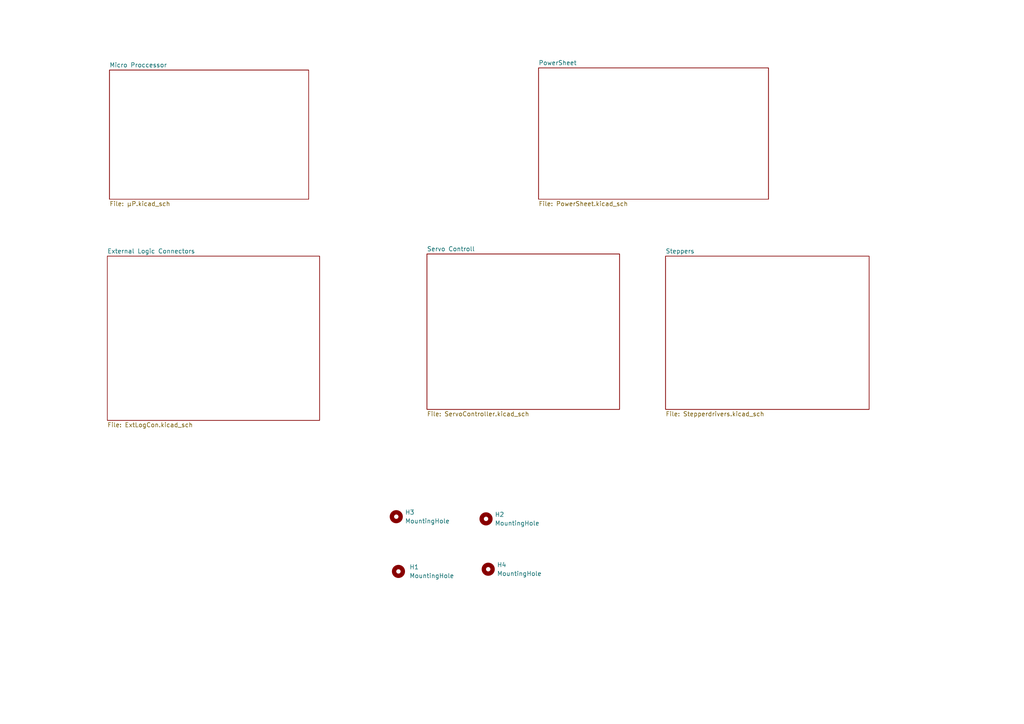
<source format=kicad_sch>
(kicad_sch (version 20230121) (generator eeschema)
  (paper "A4")
  (lib_symbols
    (symbol "Mechanical:MountingHole" (pin_names (offset 1.016))
      (property "Reference" "H" (at 0 5.08 0))
      (property "Value" "MountingHole" (at 0 3.175 0))
      (symbol "MountingHole_0_1"
        (circle (center 0 0) (radius 1.27) (stroke (width 1.27)))
      )
    )
  )
  (symbol (lib_id "Mechanical:MountingHole") (at 140.97 150.495 0) (unit 1)
    (property "Reference" "H2" (at 143.51 149.225 0) (effects (justify left)))
    (property "Value" "MountingHole" (at 143.51 151.765 0) (effects (justify left)))
    (property "Footprint" "MountingHole:MountingHole_3.2mm_M3" (effects hide))
  )
  (symbol (lib_id "Mechanical:MountingHole") (at 141.605 165.1 0) (unit 1)
    (property "Reference" "H4" (at 144.145 163.83 0) (effects (justify left)))
    (property "Value" "MountingHole" (at 144.145 166.37 0) (effects (justify left)))
    (property "Footprint" "MountingHole:MountingHole_3.2mm_M3" (effects hide))
  )
  (symbol (lib_id "Mechanical:MountingHole") (at 115.57 165.735 0) (unit 1)
    (property "Reference" "H1" (at 118.745 164.465 0) (effects (justify left)))
    (property "Value" "MountingHole" (at 118.745 167.005 0) (effects (justify left)))
    (property "Footprint" "MountingHole:MountingHole_3.2mm_M3" (effects hide))
  )
  (symbol (lib_id "Mechanical:MountingHole") (at 114.935 149.86 0) (unit 1)
    (property "Reference" "H3" (at 117.475 148.59 0) (effects (justify left)))
    (property "Value" "MountingHole" (at 117.475 151.13 0) (effects (justify left)))
    (property "Footprint" "MountingHole:MountingHole_3.2mm_M3" (effects hide))
  )
  (sheet (at 156.21 19.685) (size 66.675 38.1) (stroke (width 0.1524))
    (property "Sheetname" "PowerSheet" (at 156.21 18.9734 0) (effects (justify left bottom)))
    (property "Sheetfile" "PowerSheet.kicad_sch" (at 156.21 58.3696 0) (effects (justify left top)))
  )
  (sheet (at 193.04 74.295) (size 59.055 44.45) (stroke (width 0.1524))
    (property "Sheetname" "Steppers" (at 193.04 73.5834 0) (effects (justify left bottom)))
    (property "Sheetfile" "Stepperdrivers.kicad_sch" (at 193.04 119.3296 0) (effects (justify left top)))
  )
  (sheet (at 31.75 20.32) (size 57.785 37.465) (stroke (width 0.1524))
    (property "Sheetname" "Micro Proccessor" (at 31.75 19.6084 0) (effects (justify left bottom)))
    (property "Sheetfile" "µP.kicad_sch" (at 31.75 58.3696 0) (effects (justify left top)))
  )
  (sheet (at 123.825 73.66) (size 55.88 45.085) (stroke (width 0.1524))
    (property "Sheetname" "Servo Controll" (at 123.825 72.9484 0) (effects (justify left bottom)))
    (property "Sheetfile" "ServoController.kicad_sch" (at 123.825 119.3296 0) (effects (justify left top)))
  )
  (sheet (at 31.115 74.295) (size 61.595 47.625) (stroke (width 0.1524))
    (property "Sheetname" "External Logic Connectors" (at 31.115 73.5834 0) (effects (justify left bottom)))
    (property "Sheetfile" "ExtLogCon.kicad_sch" (at 31.115 122.5046 0) (effects (justify left top)))
  )
)
</source>
